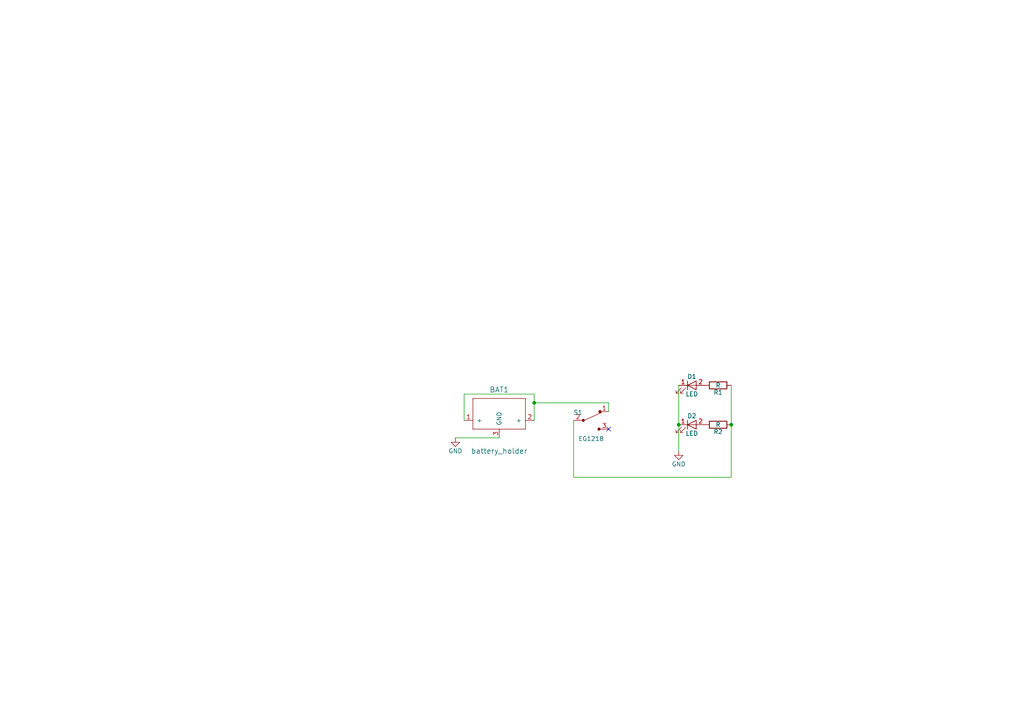
<source format=kicad_sch>
(kicad_sch
	(version 20231120)
	(generator "eeschema")
	(generator_version "8.0")
	(uuid "aea91f95-6ac4-4802-9dbf-918070f28927")
	(paper "A4")
	(lib_symbols
		(symbol "snowflake-cache:EG1218"
			(pin_names
				(offset 0)
			)
			(exclude_from_sim no)
			(in_bom yes)
			(on_board yes)
			(property "Reference" "S"
				(at -3.81 2.286 0)
				(effects
					(font
						(size 1.27 1.27)
					)
				)
			)
			(property "Value" "EG1218"
				(at 0 -5.334 0)
				(effects
					(font
						(size 1.27 1.27)
					)
				)
			)
			(property "Footprint" "digikey-footprints:Switch_Slide_11.6x4mm_EG1218"
				(at 5.08 5.08 0)
				(effects
					(font
						(size 1.27 1.27)
					)
					(justify left)
					(hide yes)
				)
			)
			(property "Datasheet" "http://spec_sheets.e-switch.com/specs/P040040.pdf"
				(at 5.08 7.62 0)
				(effects
					(font
						(size 1.524 1.524)
					)
					(justify left)
					(hide yes)
				)
			)
			(property "Description" ""
				(at 0 0 0)
				(effects
					(font
						(size 1.27 1.27)
					)
					(hide yes)
				)
			)
			(property "Digi-Key_PN" "EG1903-ND"
				(at 5.08 10.16 0)
				(effects
					(font
						(size 1.524 1.524)
					)
					(justify left)
					(hide yes)
				)
			)
			(property "MPN" "EG1218"
				(at 5.08 12.7 0)
				(effects
					(font
						(size 1.524 1.524)
					)
					(justify left)
					(hide yes)
				)
			)
			(property "Category" "Switches"
				(at 5.08 15.24 0)
				(effects
					(font
						(size 1.524 1.524)
					)
					(justify left)
					(hide yes)
				)
			)
			(property "Family" "Slide Switches"
				(at 5.08 17.78 0)
				(effects
					(font
						(size 1.524 1.524)
					)
					(justify left)
					(hide yes)
				)
			)
			(property "DK_Datasheet_Link" "http://spec_sheets.e-switch.com/specs/P040040.pdf"
				(at 5.08 20.32 0)
				(effects
					(font
						(size 1.524 1.524)
					)
					(justify left)
					(hide yes)
				)
			)
			(property "DK_Detail_Page" "/product-detail/en/e-switch/EG1218/EG1903-ND/101726"
				(at 5.08 22.86 0)
				(effects
					(font
						(size 1.524 1.524)
					)
					(justify left)
					(hide yes)
				)
			)
			(property "Description_1" "SWITCH SLIDE SPDT 200MA 30V"
				(at 5.08 25.4 0)
				(effects
					(font
						(size 1.524 1.524)
					)
					(justify left)
					(hide yes)
				)
			)
			(property "Manufacturer" "E-Switch"
				(at 5.08 27.94 0)
				(effects
					(font
						(size 1.524 1.524)
					)
					(justify left)
					(hide yes)
				)
			)
			(property "Status" "Active"
				(at 5.08 30.48 0)
				(effects
					(font
						(size 1.524 1.524)
					)
					(justify left)
					(hide yes)
				)
			)
			(symbol "EG1218_0_1"
				(circle
					(center -2.286 0)
					(radius 0.3556)
					(stroke
						(width 0)
						(type solid)
					)
					(fill
						(type outline)
					)
				)
				(polyline
					(pts
						(xy -2.032 0) (xy 3.048 2.286)
					)
					(stroke
						(width 0)
						(type solid)
					)
					(fill
						(type none)
					)
				)
				(circle
					(center 2.286 -2.54)
					(radius 0.3556)
					(stroke
						(width 0)
						(type solid)
					)
					(fill
						(type outline)
					)
				)
				(circle
					(center 2.54 2.54)
					(radius 0.3556)
					(stroke
						(width 0)
						(type solid)
					)
					(fill
						(type outline)
					)
				)
			)
			(symbol "EG1218_1_1"
				(pin passive line
					(at 5.08 2.54 180)
					(length 2.54)
					(name "~"
						(effects
							(font
								(size 1.27 1.27)
							)
						)
					)
					(number "1"
						(effects
							(font
								(size 1.27 1.27)
							)
						)
					)
				)
				(pin passive line
					(at -5.08 0 0)
					(length 2.54)
					(name "~"
						(effects
							(font
								(size 1.27 1.27)
							)
						)
					)
					(number "2"
						(effects
							(font
								(size 1.27 1.27)
							)
						)
					)
				)
				(pin passive line
					(at 5.08 -2.54 180)
					(length 2.54)
					(name "~"
						(effects
							(font
								(size 1.27 1.27)
							)
						)
					)
					(number "3"
						(effects
							(font
								(size 1.27 1.27)
							)
						)
					)
				)
			)
		)
		(symbol "snowflake-cache:GND"
			(power)
			(pin_names
				(offset 0)
			)
			(exclude_from_sim no)
			(in_bom yes)
			(on_board yes)
			(property "Reference" "#PWR"
				(at 0 -6.35 0)
				(effects
					(font
						(size 1.27 1.27)
					)
					(hide yes)
				)
			)
			(property "Value" "GND"
				(at 0 -3.81 0)
				(effects
					(font
						(size 1.27 1.27)
					)
				)
			)
			(property "Footprint" ""
				(at 0 0 0)
				(effects
					(font
						(size 1.27 1.27)
					)
					(hide yes)
				)
			)
			(property "Datasheet" ""
				(at 0 0 0)
				(effects
					(font
						(size 1.27 1.27)
					)
					(hide yes)
				)
			)
			(property "Description" ""
				(at 0 0 0)
				(effects
					(font
						(size 1.27 1.27)
					)
					(hide yes)
				)
			)
			(symbol "GND_0_1"
				(polyline
					(pts
						(xy 0 0) (xy 0 -1.27) (xy 1.27 -1.27) (xy 0 -2.54) (xy -1.27 -1.27) (xy 0 -1.27)
					)
					(stroke
						(width 0)
						(type solid)
					)
					(fill
						(type none)
					)
				)
			)
			(symbol "GND_1_1"
				(pin power_in line
					(at 0 0 270)
					(length 0) hide
					(name "GND"
						(effects
							(font
								(size 1.27 1.27)
							)
						)
					)
					(number "1"
						(effects
							(font
								(size 1.27 1.27)
							)
						)
					)
				)
			)
		)
		(symbol "snowflake-cache:LED"
			(pin_names
				(offset 1.016) hide)
			(exclude_from_sim no)
			(in_bom yes)
			(on_board yes)
			(property "Reference" "D"
				(at 0 2.54 0)
				(effects
					(font
						(size 1.27 1.27)
					)
				)
			)
			(property "Value" "LED"
				(at 0 -2.54 0)
				(effects
					(font
						(size 1.27 1.27)
					)
				)
			)
			(property "Footprint" ""
				(at 0 0 0)
				(effects
					(font
						(size 1.27 1.27)
					)
					(hide yes)
				)
			)
			(property "Datasheet" ""
				(at 0 0 0)
				(effects
					(font
						(size 1.27 1.27)
					)
					(hide yes)
				)
			)
			(property "Description" ""
				(at 0 0 0)
				(effects
					(font
						(size 1.27 1.27)
					)
					(hide yes)
				)
			)
			(property "ki_fp_filters" "LED*"
				(at 0 0 0)
				(effects
					(font
						(size 1.27 1.27)
					)
					(hide yes)
				)
			)
			(symbol "LED_0_1"
				(polyline
					(pts
						(xy -1.27 -1.27) (xy -1.27 1.27)
					)
					(stroke
						(width 0.2032)
						(type solid)
					)
					(fill
						(type none)
					)
				)
				(polyline
					(pts
						(xy -1.27 0) (xy 1.27 0)
					)
					(stroke
						(width 0)
						(type solid)
					)
					(fill
						(type none)
					)
				)
				(polyline
					(pts
						(xy 1.27 -1.27) (xy 1.27 1.27) (xy -1.27 0) (xy 1.27 -1.27)
					)
					(stroke
						(width 0.2032)
						(type solid)
					)
					(fill
						(type none)
					)
				)
				(polyline
					(pts
						(xy -3.048 -0.762) (xy -4.572 -2.286) (xy -3.81 -2.286) (xy -4.572 -2.286) (xy -4.572 -1.524)
					)
					(stroke
						(width 0)
						(type solid)
					)
					(fill
						(type none)
					)
				)
				(polyline
					(pts
						(xy -1.778 -0.762) (xy -3.302 -2.286) (xy -2.54 -2.286) (xy -3.302 -2.286) (xy -3.302 -1.524)
					)
					(stroke
						(width 0)
						(type solid)
					)
					(fill
						(type none)
					)
				)
			)
			(symbol "LED_1_1"
				(pin passive line
					(at -3.81 0 0)
					(length 2.54)
					(name "K"
						(effects
							(font
								(size 1.27 1.27)
							)
						)
					)
					(number "1"
						(effects
							(font
								(size 1.27 1.27)
							)
						)
					)
				)
				(pin passive line
					(at 3.81 0 180)
					(length 2.54)
					(name "A"
						(effects
							(font
								(size 1.27 1.27)
							)
						)
					)
					(number "2"
						(effects
							(font
								(size 1.27 1.27)
							)
						)
					)
				)
			)
		)
		(symbol "snowflake-cache:R"
			(pin_numbers hide)
			(pin_names
				(offset 0)
			)
			(exclude_from_sim no)
			(in_bom yes)
			(on_board yes)
			(property "Reference" "R"
				(at 2.032 0 90)
				(effects
					(font
						(size 1.27 1.27)
					)
				)
			)
			(property "Value" "R"
				(at 0 0 90)
				(effects
					(font
						(size 1.27 1.27)
					)
				)
			)
			(property "Footprint" ""
				(at -1.778 0 90)
				(effects
					(font
						(size 1.27 1.27)
					)
					(hide yes)
				)
			)
			(property "Datasheet" ""
				(at 0 0 0)
				(effects
					(font
						(size 1.27 1.27)
					)
					(hide yes)
				)
			)
			(property "Description" ""
				(at 0 0 0)
				(effects
					(font
						(size 1.27 1.27)
					)
					(hide yes)
				)
			)
			(property "ki_fp_filters" "R_* R_*"
				(at 0 0 0)
				(effects
					(font
						(size 1.27 1.27)
					)
					(hide yes)
				)
			)
			(symbol "R_0_1"
				(rectangle
					(start -1.016 -2.54)
					(end 1.016 2.54)
					(stroke
						(width 0.254)
						(type solid)
					)
					(fill
						(type none)
					)
				)
			)
			(symbol "R_1_1"
				(pin passive line
					(at 0 3.81 270)
					(length 1.27)
					(name "~"
						(effects
							(font
								(size 1.27 1.27)
							)
						)
					)
					(number "1"
						(effects
							(font
								(size 1.27 1.27)
							)
						)
					)
				)
				(pin passive line
					(at 0 -3.81 90)
					(length 1.27)
					(name "~"
						(effects
							(font
								(size 1.27 1.27)
							)
						)
					)
					(number "2"
						(effects
							(font
								(size 1.27 1.27)
							)
						)
					)
				)
			)
		)
		(symbol "snowflake-cache:battery_holder"
			(pin_names
				(offset 1.016)
			)
			(exclude_from_sim no)
			(in_bom yes)
			(on_board yes)
			(property "Reference" "BAT"
				(at 0 8.89 0)
				(effects
					(font
						(size 1.524 1.524)
					)
				)
			)
			(property "Value" "battery_holder"
				(at 0 -8.89 0)
				(effects
					(font
						(size 1.524 1.524)
					)
				)
			)
			(property "Footprint" ""
				(at 11.43 5.08 0)
				(effects
					(font
						(size 1.524 1.524)
					)
					(hide yes)
				)
			)
			(property "Datasheet" ""
				(at 11.43 5.08 0)
				(effects
					(font
						(size 1.524 1.524)
					)
					(hide yes)
				)
			)
			(property "Description" ""
				(at 0 0 0)
				(effects
					(font
						(size 1.27 1.27)
					)
					(hide yes)
				)
			)
			(symbol "battery_holder_0_1"
				(rectangle
					(start -7.62 -2.54)
					(end 7.62 -2.54)
					(stroke
						(width 0)
						(type solid)
					)
					(fill
						(type none)
					)
				)
				(rectangle
					(start -7.62 6.35)
					(end -7.62 -2.54)
					(stroke
						(width 0)
						(type solid)
					)
					(fill
						(type none)
					)
				)
				(rectangle
					(start 7.62 6.35)
					(end -7.62 6.35)
					(stroke
						(width 0)
						(type solid)
					)
					(fill
						(type none)
					)
				)
				(rectangle
					(start 7.62 6.35)
					(end 7.62 -2.54)
					(stroke
						(width 0)
						(type solid)
					)
					(fill
						(type none)
					)
				)
			)
			(symbol "battery_holder_1_1"
				(pin input line
					(at -10.16 0 0)
					(length 2.54)
					(name "+"
						(effects
							(font
								(size 1.27 1.27)
							)
						)
					)
					(number "1"
						(effects
							(font
								(size 1.27 1.27)
							)
						)
					)
				)
				(pin input line
					(at 10.16 0 180)
					(length 2.54)
					(name "+"
						(effects
							(font
								(size 1.27 1.27)
							)
						)
					)
					(number "2"
						(effects
							(font
								(size 1.27 1.27)
							)
						)
					)
				)
				(pin output line
					(at 0 -5.08 90)
					(length 2.54)
					(name "GND"
						(effects
							(font
								(size 1.27 1.27)
							)
						)
					)
					(number "3"
						(effects
							(font
								(size 1.27 1.27)
							)
						)
					)
				)
			)
		)
	)
	(junction
		(at 196.85 123.19)
		(diameter 0)
		(color 0 0 0 0)
		(uuid "10f1126b-777b-438c-a8ee-85ca5edf7c14")
	)
	(junction
		(at 154.94 116.84)
		(diameter 0)
		(color 0 0 0 0)
		(uuid "ac6e3393-5503-41e5-a589-f7fc56a79525")
	)
	(junction
		(at 212.09 123.19)
		(diameter 0)
		(color 0 0 0 0)
		(uuid "e94e7bc4-c415-49da-b3a9-f8fc9ed9e5ca")
	)
	(no_connect
		(at 176.53 124.46)
		(uuid "3c2de80b-8025-4e20-8be9-6963563b2b7b")
	)
	(wire
		(pts
			(xy 154.94 114.3) (xy 154.94 116.84)
		)
		(stroke
			(width 0)
			(type default)
		)
		(uuid "06bbdb3f-c216-452d-8c3d-0e005c1a2599")
	)
	(wire
		(pts
			(xy 166.37 121.92) (xy 166.37 138.43)
		)
		(stroke
			(width 0)
			(type default)
		)
		(uuid "0a740282-9e25-4767-9e05-70dd47f7ed78")
	)
	(wire
		(pts
			(xy 134.62 121.92) (xy 134.62 114.3)
		)
		(stroke
			(width 0)
			(type default)
		)
		(uuid "0be52ee1-63fc-47b2-8025-eea66a6749ae")
	)
	(wire
		(pts
			(xy 176.53 116.84) (xy 154.94 116.84)
		)
		(stroke
			(width 0)
			(type default)
		)
		(uuid "37ffc31d-5968-4bf5-b804-2f0017839f1d")
	)
	(wire
		(pts
			(xy 132.08 127) (xy 144.78 127)
		)
		(stroke
			(width 0)
			(type default)
		)
		(uuid "458634f7-80c4-4728-a2bc-79bb96365770")
	)
	(wire
		(pts
			(xy 212.09 138.43) (xy 212.09 123.19)
		)
		(stroke
			(width 0)
			(type default)
		)
		(uuid "63a47dae-08f0-4e7f-94e2-a180878ebfde")
	)
	(wire
		(pts
			(xy 196.85 123.19) (xy 196.85 130.81)
		)
		(stroke
			(width 0)
			(type default)
		)
		(uuid "672ba3fb-2437-4469-9c59-84e477bccf28")
	)
	(wire
		(pts
			(xy 166.37 138.43) (xy 212.09 138.43)
		)
		(stroke
			(width 0)
			(type default)
		)
		(uuid "76217c1d-c923-4d56-a568-dbf5400445b3")
	)
	(wire
		(pts
			(xy 134.62 114.3) (xy 154.94 114.3)
		)
		(stroke
			(width 0)
			(type default)
		)
		(uuid "7c56f75d-2a99-414f-a4df-75e810c37ace")
	)
	(wire
		(pts
			(xy 154.94 116.84) (xy 154.94 121.92)
		)
		(stroke
			(width 0)
			(type default)
		)
		(uuid "7f00765d-04b6-4b1c-8ce5-413df6cc8cc2")
	)
	(wire
		(pts
			(xy 196.85 111.76) (xy 196.85 123.19)
		)
		(stroke
			(width 0)
			(type default)
		)
		(uuid "c9a3e1f5-d959-480f-9bb1-bee7c22e4878")
	)
	(wire
		(pts
			(xy 212.09 123.19) (xy 212.09 111.76)
		)
		(stroke
			(width 0)
			(type default)
		)
		(uuid "d8b881fe-2510-4d21-9cab-6f55067c6c63")
	)
	(wire
		(pts
			(xy 176.53 119.38) (xy 176.53 116.84)
		)
		(stroke
			(width 0)
			(type default)
		)
		(uuid "dd1b5bd5-f224-4a9a-aa21-88074641ddea")
	)
	(symbol
		(lib_id "snowflake-cache:battery_holder")
		(at 144.78 121.92 0)
		(unit 1)
		(exclude_from_sim no)
		(in_bom yes)
		(on_board yes)
		(dnp no)
		(uuid "00000000-0000-0000-0000-00006287876a")
		(property "Reference" "BAT1"
			(at 144.78 113.03 0)
			(effects
				(font
					(size 1.524 1.524)
				)
			)
		)
		(property "Value" "battery_holder"
			(at 144.78 130.81 0)
			(effects
				(font
					(size 1.524 1.524)
				)
			)
		)
		(property "Footprint" "battery_holder_edited:battery_holder2"
			(at 156.21 116.84 0)
			(effects
				(font
					(size 1.524 1.524)
				)
				(hide yes)
			)
		)
		(property "Datasheet" ""
			(at 156.21 116.84 0)
			(effects
				(font
					(size 1.524 1.524)
				)
				(hide yes)
			)
		)
		(property "Description" ""
			(at 144.78 121.92 0)
			(effects
				(font
					(size 1.27 1.27)
				)
				(hide yes)
			)
		)
		(pin "1"
			(uuid "2fa10b71-80cc-4f73-bda5-025eba5425c1")
		)
		(pin "2"
			(uuid "f526082f-f007-4c22-8d2f-03c0a3a5c079")
		)
		(pin "3"
			(uuid "ab7cfc0c-5fcd-4153-8d6d-939431a8e375")
		)
		(instances
			(project ""
				(path "/aea91f95-6ac4-4802-9dbf-918070f28927"
					(reference "BAT1")
					(unit 1)
				)
			)
		)
	)
	(symbol
		(lib_id "snowflake-cache:EG1218")
		(at 171.45 121.92 0)
		(unit 1)
		(exclude_from_sim no)
		(in_bom yes)
		(on_board yes)
		(dnp no)
		(uuid "00000000-0000-0000-0000-0000628787c8")
		(property "Reference" "S1"
			(at 167.64 119.634 0)
			(effects
				(font
					(size 1.27 1.27)
				)
			)
		)
		(property "Value" "EG1218"
			(at 171.45 127.254 0)
			(effects
				(font
					(size 1.27 1.27)
				)
			)
		)
		(property "Footprint" "microbit_antweight:slide_switch"
			(at 176.53 116.84 0)
			(effects
				(font
					(size 1.27 1.27)
				)
				(justify left)
				(hide yes)
			)
		)
		(property "Datasheet" "http://spec_sheets.e-switch.com/specs/P040040.pdf"
			(at 176.53 114.3 0)
			(effects
				(font
					(size 1.524 1.524)
				)
				(justify left)
				(hide yes)
			)
		)
		(property "Description" ""
			(at 171.45 121.92 0)
			(effects
				(font
					(size 1.27 1.27)
				)
				(hide yes)
			)
		)
		(property "Digi-Key_PN" "EG1903-ND"
			(at 176.53 111.76 0)
			(effects
				(font
					(size 1.524 1.524)
				)
				(justify left)
				(hide yes)
			)
		)
		(property "MPN" "EG1218"
			(at 176.53 109.22 0)
			(effects
				(font
					(size 1.524 1.524)
				)
				(justify left)
				(hide yes)
			)
		)
		(property "Category" "Switches"
			(at 176.53 106.68 0)
			(effects
				(font
					(size 1.524 1.524)
				)
				(justify left)
				(hide yes)
			)
		)
		(property "Family" "Slide Switches"
			(at 176.53 104.14 0)
			(effects
				(font
					(size 1.524 1.524)
				)
				(justify left)
				(hide yes)
			)
		)
		(property "DK_Datasheet_Link" "http://spec_sheets.e-switch.com/specs/P040040.pdf"
			(at 176.53 101.6 0)
			(effects
				(font
					(size 1.524 1.524)
				)
				(justify left)
				(hide yes)
			)
		)
		(property "DK_Detail_Page" "/product-detail/en/e-switch/EG1218/EG1903-ND/101726"
			(at 176.53 99.06 0)
			(effects
				(font
					(size 1.524 1.524)
				)
				(justify left)
				(hide yes)
			)
		)
		(property "Description" "SWITCH SLIDE SPDT 200MA 30V"
			(at 176.53 96.52 0)
			(effects
				(font
					(size 1.524 1.524)
				)
				(justify left)
				(hide yes)
			)
		)
		(property "Manufacturer" "E-Switch"
			(at 176.53 93.98 0)
			(effects
				(font
					(size 1.524 1.524)
				)
				(justify left)
				(hide yes)
			)
		)
		(property "Status" "Active"
			(at 176.53 91.44 0)
			(effects
				(font
					(size 1.524 1.524)
				)
				(justify left)
				(hide yes)
			)
		)
		(pin "1"
			(uuid "1f24519e-1624-401b-8a64-e5a4392d208a")
		)
		(pin "3"
			(uuid "064085b1-3838-444a-97c3-18e4ac0d4d87")
		)
		(pin "2"
			(uuid "594a8f1e-41e1-46fa-ae0c-ddd1484f0125")
		)
		(instances
			(project ""
				(path "/aea91f95-6ac4-4802-9dbf-918070f28927"
					(reference "S1")
					(unit 1)
				)
			)
		)
	)
	(symbol
		(lib_id "snowflake-cache:LED")
		(at 200.66 111.76 0)
		(unit 1)
		(exclude_from_sim no)
		(in_bom yes)
		(on_board yes)
		(dnp no)
		(uuid "00000000-0000-0000-0000-000062878826")
		(property "Reference" "D1"
			(at 200.66 109.22 0)
			(effects
				(font
					(size 1.27 1.27)
				)
			)
		)
		(property "Value" "LED"
			(at 200.66 114.3 0)
			(effects
				(font
					(size 1.27 1.27)
				)
			)
		)
		(property "Footprint" "digikey-footprints:LED_5mm_Radial"
			(at 200.66 111.76 0)
			(effects
				(font
					(size 1.27 1.27)
				)
				(hide yes)
			)
		)
		(property "Datasheet" ""
			(at 200.66 111.76 0)
			(effects
				(font
					(size 1.27 1.27)
				)
				(hide yes)
			)
		)
		(property "Description" ""
			(at 200.66 111.76 0)
			(effects
				(font
					(size 1.27 1.27)
				)
				(hide yes)
			)
		)
		(pin "2"
			(uuid "60ef21af-779f-44ef-91d8-19cfd0c0afe0")
		)
		(pin "1"
			(uuid "744f842d-2025-46d9-ade2-9d7f85acd78c")
		)
		(instances
			(project ""
				(path "/aea91f95-6ac4-4802-9dbf-918070f28927"
					(reference "D1")
					(unit 1)
				)
			)
		)
	)
	(symbol
		(lib_id "snowflake-cache:LED")
		(at 200.66 123.19 0)
		(unit 1)
		(exclude_from_sim no)
		(in_bom yes)
		(on_board yes)
		(dnp no)
		(uuid "00000000-0000-0000-0000-000062878871")
		(property "Reference" "D2"
			(at 200.66 120.65 0)
			(effects
				(font
					(size 1.27 1.27)
				)
			)
		)
		(property "Value" "LED"
			(at 200.66 125.73 0)
			(effects
				(font
					(size 1.27 1.27)
				)
			)
		)
		(property "Footprint" "digikey-footprints:LED_5mm_Radial"
			(at 200.66 123.19 0)
			(effects
				(font
					(size 1.27 1.27)
				)
				(hide yes)
			)
		)
		(property "Datasheet" ""
			(at 200.66 123.19 0)
			(effects
				(font
					(size 1.27 1.27)
				)
				(hide yes)
			)
		)
		(property "Description" ""
			(at 200.66 123.19 0)
			(effects
				(font
					(size 1.27 1.27)
				)
				(hide yes)
			)
		)
		(pin "1"
			(uuid "ec01847f-352d-4d3e-b5d2-d1a3f45a1f20")
		)
		(pin "2"
			(uuid "b844b133-4fb7-4f01-8e83-8053b31adadc")
		)
		(instances
			(project ""
				(path "/aea91f95-6ac4-4802-9dbf-918070f28927"
					(reference "D2")
					(unit 1)
				)
			)
		)
	)
	(symbol
		(lib_id "snowflake-cache:R")
		(at 208.28 111.76 270)
		(unit 1)
		(exclude_from_sim no)
		(in_bom yes)
		(on_board yes)
		(dnp no)
		(uuid "00000000-0000-0000-0000-0000628788fc")
		(property "Reference" "R1"
			(at 208.28 113.792 90)
			(effects
				(font
					(size 1.27 1.27)
				)
			)
		)
		(property "Value" "R"
			(at 208.28 111.76 90)
			(effects
				(font
					(size 1.27 1.27)
				)
			)
		)
		(property "Footprint" "Resistor_THT:R_Axial_DIN0207_L6.3mm_D2.5mm_P7.62mm_Horizontal"
			(at 208.28 109.982 90)
			(effects
				(font
					(size 1.27 1.27)
				)
				(hide yes)
			)
		)
		(property "Datasheet" ""
			(at 208.28 111.76 0)
			(effects
				(font
					(size 1.27 1.27)
				)
				(hide yes)
			)
		)
		(property "Description" ""
			(at 208.28 111.76 0)
			(effects
				(font
					(size 1.27 1.27)
				)
				(hide yes)
			)
		)
		(pin "1"
			(uuid "1d57c4cc-b31b-4aa6-b815-790a23ee6938")
		)
		(pin "2"
			(uuid "9b8f7194-abe5-45d2-bf07-f93ddda30206")
		)
		(instances
			(project ""
				(path "/aea91f95-6ac4-4802-9dbf-918070f28927"
					(reference "R1")
					(unit 1)
				)
			)
		)
	)
	(symbol
		(lib_id "snowflake-cache:R")
		(at 208.28 123.19 270)
		(unit 1)
		(exclude_from_sim no)
		(in_bom yes)
		(on_board yes)
		(dnp no)
		(uuid "00000000-0000-0000-0000-00006287896b")
		(property "Reference" "R2"
			(at 208.28 125.222 90)
			(effects
				(font
					(size 1.27 1.27)
				)
			)
		)
		(property "Value" "R"
			(at 208.28 123.19 90)
			(effects
				(font
					(size 1.27 1.27)
				)
			)
		)
		(property "Footprint" "Resistor_THT:R_Axial_DIN0207_L6.3mm_D2.5mm_P7.62mm_Horizontal"
			(at 208.28 121.412 90)
			(effects
				(font
					(size 1.27 1.27)
				)
				(hide yes)
			)
		)
		(property "Datasheet" ""
			(at 208.28 123.19 0)
			(effects
				(font
					(size 1.27 1.27)
				)
				(hide yes)
			)
		)
		(property "Description" ""
			(at 208.28 123.19 0)
			(effects
				(font
					(size 1.27 1.27)
				)
				(hide yes)
			)
		)
		(pin "1"
			(uuid "25f0bcd3-e0b0-4e33-9379-bd58f4f5212d")
		)
		(pin "2"
			(uuid "9a349f98-c9a7-472d-b209-d148a0e989f9")
		)
		(instances
			(project ""
				(path "/aea91f95-6ac4-4802-9dbf-918070f28927"
					(reference "R2")
					(unit 1)
				)
			)
		)
	)
	(symbol
		(lib_id "snowflake-cache:GND")
		(at 196.85 130.81 0)
		(unit 1)
		(exclude_from_sim no)
		(in_bom yes)
		(on_board yes)
		(dnp no)
		(uuid "00000000-0000-0000-0000-000062878afe")
		(property "Reference" "#PWR01"
			(at 196.85 137.16 0)
			(effects
				(font
					(size 1.27 1.27)
				)
				(hide yes)
			)
		)
		(property "Value" "GND"
			(at 196.85 134.62 0)
			(effects
				(font
					(size 1.27 1.27)
				)
			)
		)
		(property "Footprint" ""
			(at 196.85 130.81 0)
			(effects
				(font
					(size 1.27 1.27)
				)
				(hide yes)
			)
		)
		(property "Datasheet" ""
			(at 196.85 130.81 0)
			(effects
				(font
					(size 1.27 1.27)
				)
				(hide yes)
			)
		)
		(property "Description" ""
			(at 196.85 130.81 0)
			(effects
				(font
					(size 1.27 1.27)
				)
				(hide yes)
			)
		)
		(pin "1"
			(uuid "f8dd3f94-df20-4476-88f3-69b0f206e70d")
		)
		(instances
			(project ""
				(path "/aea91f95-6ac4-4802-9dbf-918070f28927"
					(reference "#PWR01")
					(unit 1)
				)
			)
		)
	)
	(symbol
		(lib_id "snowflake-cache:GND")
		(at 132.08 127 0)
		(unit 1)
		(exclude_from_sim no)
		(in_bom yes)
		(on_board yes)
		(dnp no)
		(uuid "00000000-0000-0000-0000-000062878b4c")
		(property "Reference" "#PWR02"
			(at 132.08 133.35 0)
			(effects
				(font
					(size 1.27 1.27)
				)
				(hide yes)
			)
		)
		(property "Value" "GND"
			(at 132.08 130.81 0)
			(effects
				(font
					(size 1.27 1.27)
				)
			)
		)
		(property "Footprint" ""
			(at 132.08 127 0)
			(effects
				(font
					(size 1.27 1.27)
				)
				(hide yes)
			)
		)
		(property "Datasheet" ""
			(at 132.08 127 0)
			(effects
				(font
					(size 1.27 1.27)
				)
				(hide yes)
			)
		)
		(property "Description" ""
			(at 132.08 127 0)
			(effects
				(font
					(size 1.27 1.27)
				)
				(hide yes)
			)
		)
		(pin "1"
			(uuid "58c6e8d8-b3af-43c7-b05d-8ebb15da3d90")
		)
		(instances
			(project ""
				(path "/aea91f95-6ac4-4802-9dbf-918070f28927"
					(reference "#PWR02")
					(unit 1)
				)
			)
		)
	)
	(sheet_instances
		(path "/"
			(page "1")
		)
	)
)

</source>
